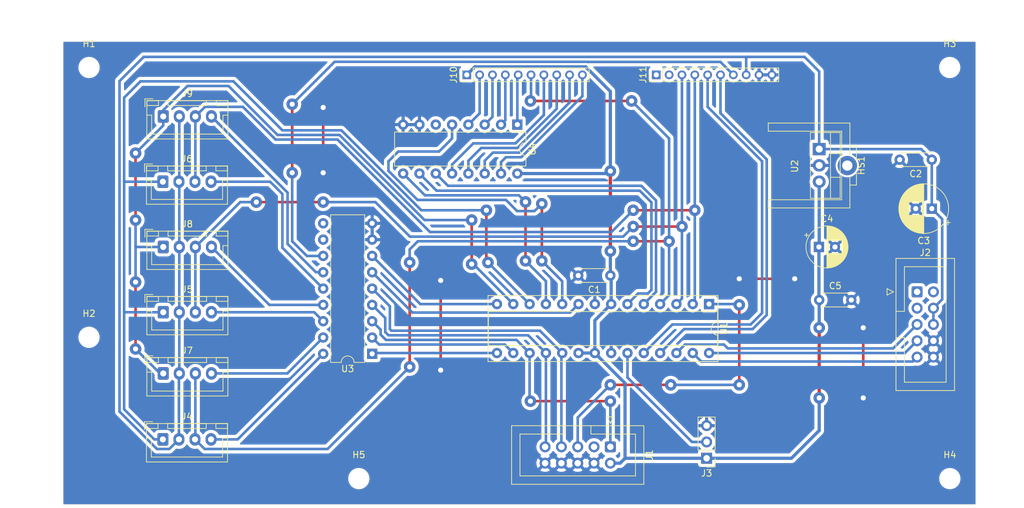
<source format=kicad_pcb>
(kicad_pcb (version 20240108) (generator "pcbnew") (generator_version "8.0")
  (layers (0 "F.Cu" signal) (31 "B.Cu" signal) (34 "B.Paste" user) (35 "F.Paste" user) (36 "B.SilkS" user "B.Silkscreen") (37 "F.SilkS" user "F.Silkscreen") (38 "B.Mask" user) (39 "F.Mask" user) (44 "Edge.Cuts" user))
  (net 0 "")
  (net 1 "+5V")
  (net 2 "GND")
  (net 3 "+12V")
  (net 5 "/SCK")
  (net 6 "/MISO")
  (net 7 "/Reset")
  (net 8 "/MOSI")
  (net 13 "/SCL")
  (net 14 "/Interrupt")
  (net 15 "/SDA")
  (net 16 "/Volume")
  (net 17 "/KP_Line1")
  (net 18 "/Btn1")
  (net 19 "/LED1")
  (net 20 "/KP_Line2")
  (net 21 "/LED3")
  (net 22 "/LED5")
  (net 23 "/KP_Line3")
  (net 24 "/Btn2")
  (net 25 "/LED2")
  (net 26 "/LED4")
  (net 27 "/LED6")
  (net 28 "/A1")
  (net 29 "/FX2")
  (net 30 "/B1")
  (net 31 "/B2")
  (net 32 "/A2")
  (net 33 "/FX1")
  (net 34 "/KP_Col2")
  (net 35 "/KP_Col3")
  (net 36 "/KP_Col4")
  (net 37 "/LED_Ctrl")
  (net 38 "/KP_Col1")
  (net 39 "/KP_Btns")
  (net 40 "Net-(U1-PB1)")
  (net 41 "Net-(U1-PB2)")
  (net 42 "Net-(U1-PB0)")
  (net 43 "/S1")
  (net 44 "/S0")
  (net 45 "/S2")
  (net 46 "Net-(U1-XTAL1{slash}PB6)")
  (footprint "Connector_PinHeader_2.54mm:PinHeader_1x03_P2.54mm_Vertical" (layer "F.Cu") (at 195.834 121.158 180)
    (property "Reference" "J3" (at 0 -2.33 360) (layer "F.SilkS"))
    (property "Value" "Volume")
    (pad "1" thru_hole rect (at 0 0 180) (size 1.7 1.7) (drill 1) (layers "*.Cu" "*.Mask") (net 1 "+5V"))
    (pad "2" thru_hole oval (at 0 2.54 180) (size 1.7 1.7) (drill 1) (layers "*.Cu" "*.Mask") (net 16 "/Volume"))
    (pad "3" thru_hole oval (at 0 5.08 180) (size 1.7 1.7) (drill 1) (layers "*.Cu" "*.Mask") (net 2 "GND"))
  )
  (footprint "Package_TO_SOT_THT:TO-220-3_Vertical" (layer "F.Cu") (at 213.36 73.025 -90)
    (property "Reference" "U2" (at 2.667 3.81 90) (layer "F.SilkS"))
    (property "Value" "L7805")
    (pad "1" thru_hole rect (at 0 0 270) (size 1.905 2) (drill 1.1) (layers "*.Cu" "*.Mask") (net 3 "+12V"))
    (pad "2" thru_hole oval (at 2.54 0 270) (size 1.905 2) (drill 1.1) (layers "*.Cu" "*.Mask") (net 2 "GND"))
    (pad "3" thru_hole oval (at 5.08 0 270) (size 1.905 2) (drill 1.1) (layers "*.Cu" "*.Mask") (net 1 "+5V"))
  )
  (footprint "Capacitor_THT:C_Disc_D4.3mm_W1.9mm_P5.00mm" (layer "F.Cu") (at 213.36 96.52)
    (property "Reference" "C5" (at 2.5 -2.2 360) (layer "F.SilkS"))
    (property "Value" "100nF")
    (pad "1" thru_hole circle (at 0 0) (size 1.6 1.6) (drill 0.8) (layers "*.Cu" "*.Mask") (net 1 "+5V"))
    (pad "2" thru_hole circle (at 5 0) (size 1.6 1.6) (drill 0.8) (layers "*.Cu" "*.Mask") (net 2 "GND"))
  )
  (footprint "Connector_JST:JST_XH_B4B-XH-A_1x04_P2.50mm_Vertical" (layer "F.Cu") (at 111.185 78.105)
    (property "Reference" "J6" (at 3.75 -3.55 0) (layer "F.SilkS"))
    (property "Value" "Btn5")
    (pad "1" thru_hole roundrect (at 0 0) (size 1.7 1.95) (drill 0.95) (layers "*.Cu" "*.Mask") (roundrect_rratio 0.147059) (net 18 "/Btn1"))
    (pad "2" thru_hole oval (at 2.5 0) (size 1.7 1.95) (drill 0.95) (layers "*.Cu" "*.Mask") (net 3 "+12V"))
    (pad "3" thru_hole oval (at 5 0) (size 1.7 1.95) (drill 0.95) (layers "*.Cu" "*.Mask") (net 23 "/KP_Line3"))
    (pad "4" thru_hole oval (at 7.5 0) (size 1.7 1.95) (drill 0.95) (layers "*.Cu" "*.Mask") (net 22 "/LED5"))
  )
  (footprint "Capacitor_THT:CP_Radial_D7.5mm_P2.50mm" (layer "F.Cu") (at 230.886 82.296 180)
    (property "Reference" "C3" (at 1.25 -5 360) (layer "F.SilkS"))
    (property "Value" "33uF")
    (pad "1" thru_hole rect (at 0 0 180) (size 1.6 1.6) (drill 0.8) (layers "*.Cu" "*.Mask") (net 3 "+12V"))
    (pad "2" thru_hole circle (at 2.5 0 180) (size 1.6 1.6) (drill 0.8) (layers "*.Cu" "*.Mask") (net 2 "GND"))
  )
  (footprint "Connector_PinHeader_2.00mm:PinHeader_1x10_P2.00mm_Vertical" (layer "F.Cu") (at 158.498 61.468 90)
    (property "Reference" "J10" (at 0 -2.06 90) (layer "F.SilkS"))
    (property "Value" "Conn_01x10")
    (pad "1" thru_hole rect (at 0 0 90) (size 1.35 1.35) (drill 0.8) (layers "*.Cu" "*.Mask") (net 1 "+5V"))
    (pad "2" thru_hole oval (at 0 2 90) (size 1.35 1.35) (drill 0.8) (layers "*.Cu" "*.Mask") (net 38 "/KP_Col1"))
    (pad "3" thru_hole oval (at 0 4 90) (size 1.35 1.35) (drill 0.8) (layers "*.Cu" "*.Mask") (net 34 "/KP_Col2"))
    (pad "4" thru_hole oval (at 0 6 90) (size 1.35 1.35) (drill 0.8) (layers "*.Cu" "*.Mask") (net 35 "/KP_Col3"))
    (pad "5" thru_hole oval (at 0 8 90) (size 1.35 1.35) (drill 0.8) (layers "*.Cu" "*.Mask") (net 36 "/KP_Col4"))
    (pad "6" thru_hole oval (at 0 10 90) (size 1.35 1.35) (drill 0.8) (layers "*.Cu" "*.Mask") (net 17 "/KP_Line1"))
    (pad "7" thru_hole oval (at 0 12 90) (size 1.35 1.35) (drill 0.8) (layers "*.Cu" "*.Mask") (net 30 "/B1"))
    (pad "8" thru_hole oval (at 0 14 90) (size 1.35 1.35) (drill 0.8) (layers "*.Cu" "*.Mask") (net 28 "/A1"))
    (pad "9" thru_hole oval (at 0 16 90) (size 1.35 1.35) (drill 0.8) (layers "*.Cu" "*.Mask") (net 32 "/A2"))
    (pad "10" thru_hole oval (at 0 18 90) (size 1.35 1.35) (drill 0.8) (layers "*.Cu" "*.Mask") (net 31 "/B2"))
  )
  (footprint "Connector_PinHeader_2.00mm:PinHeader_1x10_P2.00mm_Vertical" (layer "F.Cu") (at 187.994 61.468 90)
    (property "Reference" "J11" (at 0 -2.06 90) (layer "F.SilkS"))
    (property "Value" "Conn_01x10")
    (pad "1" thru_hole rect (at 0 0 90) (size 1.35 1.35) (drill 0.8) (layers "*.Cu" "*.Mask"))
    (pad "2" thru_hole oval (at 0 2 90) (size 1.35 1.35) (drill 0.8) (layers "*.Cu" "*.Mask"))
    (pad "3" thru_hole oval (at 0 4 90) (size 1.35 1.35) (drill 0.8) (layers "*.Cu" "*.Mask") (net 20 "/KP_Line2"))
    (pad "4" thru_hole oval (at 0 6 90) (size 1.35 1.35) (drill 0.8) (layers "*.Cu" "*.Mask") (net 23 "/KP_Line3"))
    (pad "5" thru_hole oval (at 0 8 90) (size 1.35 1.35) (drill 0.8) (layers "*.Cu" "*.Mask") (net 29 "/FX2"))
    (pad "6" thru_hole oval (at 0 10 90) (size 1.35 1.35) (drill 0.8) (layers "*.Cu" "*.Mask") (net 33 "/FX1"))
    (pad "7" thru_hole oval (at 0 12 90) (size 1.35 1.35) (drill 0.8) (layers "*.Cu" "*.Mask") (net 37 "/LED_Ctrl"))
    (pad "8" thru_hole oval (at 0 14 90) (size 1.35 1.35) (drill 0.8) (layers "*.Cu" "*.Mask") (net 3 "+12V"))
    (pad "9" thru_hole oval (at 0 16 90) (size 1.35 1.35) (drill 0.8) (layers "*.Cu" "*.Mask") (net 2 "GND"))
    (pad "10" thru_hole oval (at 0 18 90) (size 1.35 1.35) (drill 0.8) (layers "*.Cu" "*.Mask") (net 2 "GND"))
  )
  (footprint "Connector_JST:JST_XH_B4B-XH-A_1x04_P2.50mm_Vertical" (layer "F.Cu") (at 111.245 107.95)
    (property "Reference" "J7" (at 3.75 -3.55 0) (layer "F.SilkS"))
    (property "Value" "Btn2")
    (pad "1" thru_hole roundrect (at 0 0) (size 1.7 1.95) (drill 0.95) (layers "*.Cu" "*.Mask") (roundrect_rratio 0.147059) (net 24 "/Btn2"))
    (pad "2" thru_hole oval (at 2.5 0) (size 1.7 1.95) (drill 0.95) (layers "*.Cu" "*.Mask") (net 3 "+12V"))
    (pad "3" thru_hole oval (at 5 0) (size 1.7 1.95) (drill 0.95) (layers "*.Cu" "*.Mask") (net 17 "/KP_Line1"))
    (pad "4" thru_hole oval (at 7.5 0) (size 1.7 1.95) (drill 0.95) (layers "*.Cu" "*.Mask") (net 25 "/LED2"))
  )
  (footprint "Connector_JST:JST_XH_B4B-XH-A_1x04_P2.50mm_Vertical" (layer "F.Cu") (at 111.245 98.425)
    (property "Reference" "J5" (at 3.75 -3.55 0) (layer "F.SilkS"))
    (property "Value" "Btn3")
    (pad "1" thru_hole roundrect (at 0 0) (size 1.7 1.95) (drill 0.95) (layers "*.Cu" "*.Mask") (roundrect_rratio 0.147059) (net 18 "/Btn1"))
    (pad "2" thru_hole oval (at 2.5 0) (size 1.7 1.95) (drill 0.95) (layers "*.Cu" "*.Mask") (net 3 "+12V"))
    (pad "3" thru_hole oval (at 5 0) (size 1.7 1.95) (drill 0.95) (layers "*.Cu" "*.Mask") (net 20 "/KP_Line2"))
    (pad "4" thru_hole oval (at 7.5 0) (size 1.7 1.95) (drill 0.95) (layers "*.Cu" "*.Mask") (net 21 "/LED3"))
  )
  (footprint "Capacitor_THT:C_Disc_D4.3mm_W1.9mm_P5.00mm" (layer "F.Cu") (at 180.848 92.71 180)
    (property "Reference" "C1" (at 2.5 -2.2 360) (layer "F.SilkS"))
    (property "Value" "100nF")
    (pad "1" thru_hole circle (at 0 0 180) (size 1.6 1.6) (drill 0.8) (layers "*.Cu" "*.Mask") (net 1 "+5V"))
    (pad "2" thru_hole circle (at 5 0 180) (size 1.6 1.6) (drill 0.8) (layers "*.Cu" "*.Mask") (net 2 "GND"))
  )
  (footprint "Connector_JST:JST_XH_B4B-XH-A_1x04_P2.50mm_Vertical" (layer "F.Cu") (at 111.185 118.22)
    (property "Reference" "J4" (at 3.75 -3.55 0) (layer "F.SilkS"))
    (property "Value" "Btn1")
    (pad "1" thru_hole roundrect (at 0 0) (size 1.7 1.95) (drill 0.95) (layers "*.Cu" "*.Mask") (roundrect_rratio 0.147059) (net 18 "/Btn1"))
    (pad "2" thru_hole oval (at 2.5 0) (size 1.7 1.95) (drill 0.95) (layers "*.Cu" "*.Mask") (net 3 "+12V"))
    (pad "3" thru_hole oval (at 5 0) (size 1.7 1.95) (drill 0.95) (layers "*.Cu" "*.Mask") (net 17 "/KP_Line1"))
    (pad "4" thru_hole oval (at 7.5 0) (size 1.7 1.95) (drill 0.95) (layers "*.Cu" "*.Mask") (net 19 "/LED1"))
  )
  (footprint "MountingHole:MountingHole_2.7mm_M2.5" (layer "F.Cu") (at 99.687955 102.326567)
    (property "Reference" "H2" (at 0 -3.7 0) (layer "F.SilkS"))
    (property "Value" "MountingHole")
    (pad "" np_thru_hole circle (at 0 0) (size 2.7 2.7) (drill 2.7) (layers "*.Cu" "*.Mask"))
  )
  (footprint "Connector_JST:JST_XH_B4B-XH-A_1x04_P2.50mm_Vertical" (layer "F.Cu") (at 111.245 67.945)
    (property "Reference" "J9" (at 3.75 -3.55 0) (layer "F.SilkS"))
    (property "Value" "Btn6")
    (pad "1" thru_hole roundrect (at 0 0) (size 1.7 1.95) (drill 0.95) (layers "*.Cu" "*.Mask") (roundrect_rratio 0.147059) (net 24 "/Btn2"))
    (pad "2" thru_hole oval (at 2.5 0) (size 1.7 1.95) (drill 0.95) (layers "*.Cu" "*.Mask") (net 3 "+12V"))
    (pad "3" thru_hole oval (at 5 0) (size 1.7 1.95) (drill 0.95) (layers "*.Cu" "*.Mask") (net 23 "/KP_Line3"))
    (pad "4" thru_hole oval (at 7.5 0) (size 1.7 1.95) (drill 0.95) (layers "*.Cu" "*.Mask") (net 27 "/LED6"))
  )
  (footprint "MountingHole:MountingHole_2.7mm_M2.5" (layer "F.Cu") (at 233.68 60.325)
    (property "Reference" "H3" (at 0 -3.7 0) (layer "F.SilkS"))
    (property "Value" "MountingHole")
    (pad "" np_thru_hole circle (at 0 0) (size 2.7 2.7) (drill 2.7) (layers "*.Cu" "*.Mask"))
  )
  (footprint "Capacitor_THT:CP_Radial_D6.3mm_P2.50mm" (layer "F.Cu") (at 213.32 88.265)
    (property "Reference" "C4" (at 1.25 -4.4 360) (layer "F.SilkS"))
    (property "Value" "10uF")
    (pad "1" thru_hole rect (at 0 0) (size 1.6 1.6) (drill 0.8) (layers "*.Cu" "*.Mask") (net 1 "+5V"))
    (pad "2" thru_hole circle (at 2.5 0) (size 1.6 1.6) (drill 0.8) (layers "*.Cu" "*.Mask") (net 2 "GND"))
  )
  (footprint "Custom_Heatsinks:Heatsink_Aavid_TO-220_H12.7mm" (layer "F.Cu") (at 216.862101 75.5808 -90)
    (property "Reference" "HS1" (at 0 -3.048 90) (layer "F.SilkS"))
    (property "Value" "Heatsink_Pad")
    (pad "1" thru_hole circle (at 0.0127 -0.8763 270) (size 3 3) (drill 1.6) (layers "*.Cu" "*.Mask") (clearance 0.3))
  )
  (footprint "Package_DIP:DIP-16_W7.62mm" (layer "F.Cu") (at 166.37 69.215 -90)
    (property "Reference" "U4" (at 3.81 -2.33 90) (layer "F.SilkS"))
    (property "Value" "74LS151")
    (pad "1" thru_hole rect (at 0 0 270) (size 1.6 1.6) (drill 0.8) (layers "*.Cu" "*.Mask") (net 36 "/KP_Col4"))
    (pad "2" thru_hole oval (at 0 2.54 270) (size 1.6 1.6) (drill 0.8) (layers "*.Cu" "*.Mask") (net 35 "/KP_Col3"))
    (pad "3" thru_hole oval (at 0 5.08 270) (size 1.6 1.6) (drill 0.8) (layers "*.Cu" "*.Mask") (net 34 "/KP_Col2"))
    (pad "4" thru_hole oval (at 0 7.62 270) (size 1.6 1.6) (drill 0.8) (layers "*.Cu" "*.Mask") (net 38 "/KP_Col1"))
    (pad "5" thru_hole oval (at 0 10.16 270) (size 1.6 1.6) (drill 0.8) (layers "*.Cu" "*.Mask") (net 39 "/KP_Btns"))
    (pad "6" thru_hole oval (at 0 12.7 270) (size 1.6 1.6) (drill 0.8) (layers "*.Cu" "*.Mask"))
    (pad "7" thru_hole oval (at 0 15.24 270) (size 1.6 1.6) (drill 0.8) (layers "*.Cu" "*.Mask") (net 2 "GND"))
    (pad "8" thru_hole oval (at 0 17.78 270) (size 1.6 1.6) (drill 0.8) (layers "*.Cu" "*.Mask") (net 2 "GND"))
    (pad "9" thru_hole oval (at 7.62 17.78 270) (size 1.6 1.6) (drill 0.8) (layers "*.Cu" "*.Mask") (net 45 "/S2"))
    (pad "10" thru_hole oval (at 7.62 15.24 270) (size 1.6 1.6) (drill 0.8) (layers "*.Cu" "*.Mask") (net 43 "/S1"))
    (pad "11" thru_hole oval (at 7.62 12.7 270) (size 1.6 1.6) (drill 0.8) (layers "*.Cu" "*.Mask") (net 44 "/S0"))
    (pad "12" thru_hole oval (at 7.62 10.16 270) (size 1.6 1.6) (drill 0.8) (layers "*.Cu" "*.Mask") (net 30 "/B1"))
    (pad "13" thru_hole oval (at 7.62 7.62 270) (size 1.6 1.6) (drill 0.8) (layers "*.Cu" "*.Mask") (net 28 "/A1"))
    (pad "14" thru_hole oval (at 7.62 5.08 270) (size 1.6 1.6) (drill 0.8) (layers "*.Cu" "*.Mask") (net 32 "/A2"))
    (pad "15" thru_hole oval (at 7.62 2.54 270) (size 1.6 1.6) (drill 0.8) (layers "*.Cu" "*.Mask") (net 31 "/B2"))
    (pad "16" thru_hole oval (at 7.62 0 270) (size 1.6 1.6) (drill 0.8) (layers "*.Cu" "*.Mask") (net 1 "+5V"))
  )
  (footprint "Package_DIP:DIP-18_W7.62mm" (layer "F.Cu") (at 143.764 104.902 180)
    (property "Reference" "U3" (at 3.81 -2.33 360) (layer "F.SilkS"))
    (property "Value" "ULN2803A")
    (pad "1" thru_hole rect (at 0 0 180) (size 1.6 1.6) (drill 0.8) (layers "*.Cu" "*.Mask") (net 40 "Net-(U1-PB1)"))
    (pad "2" thru_hole oval (at 0 2.54 180) (size 1.6 1.6) (drill 0.8) (layers "*.Cu" "*.Mask") (net 41 "Net-(U1-PB2)"))
    (pad "3" thru_hole oval (at 0 5.08 180) (size 1.6 1.6) (drill 0.8) (layers "*.Cu" "*.Mask") (net 8 "/MOSI"))
    (pad "4" thru_hole oval (at 0 7.62 180) (size 1.6 1.6) (drill 0.8) (layers "*.Cu" "*.Mask") (net 6 "/MISO"))
    (pad "5" thru_hole oval (at 0 10.16 180) (size 1.6 1.6) (drill 0.8) (layers "*.Cu" "*.Mask") (net 5 "/SCK"))
    (pad "6" thru_hole oval (at 0 12.7 180) (size 1.6 1.6) (drill 0.8) (layers "*.Cu" "*.Mask") (net 46 "Net-(U1-XTAL1{slash}PB6)"))
    (pad "7" thru_hole oval (at 0 15.24 180) (size 1.6 1.6) (drill 0.8) (layers "*.Cu" "*.Mask") (net 42 "Net-(U1-PB0)"))
    (pad "8" thru_hole oval (at 0 17.78 180) (size 1.6 1.6) (drill 0.8) (layers "*.Cu" "*.Mask") (net 2 "GND"))
    (pad "9" thru_hole oval (at 0 20.32 180) (size 1.6 1.6) (drill 0.8) (layers "*.Cu" "*.Mask") (net 2 "GND"))
    (pad "10" thru_hole oval (at 7.62 20.32 180) (size 1.6 1.6) (drill 0.8) (layers "*.Cu" "*.Mask"))
    (pad "11" thru_hole oval (at 7.62 17.78 180) (size 1.6 1.6) (drill 0.8) (layers "*.Cu" "*.Mask"))
    (pad "12" thru_hole oval (at 7.62 15.24 180) (size 1.6 1.6) (drill 0.8) (layers "*.Cu" "*.Mask") (net 37 "/LED_Ctrl"))
    (pad "13" thru_hole oval (at 7.62 12.7 180) (size 1.6 1.6) (drill 0.8) (layers "*.Cu" "*.Mask") (net 27 "/LED6"))
    (pad "14" thru_hole oval (at 7.62 10.16 180) (size 1.6 1.6) (drill 0.8) (layers "*.Cu" "*.Mask") (net 22 "/LED5"))
    (pad "15" thru_hole oval (at 7.62 7.62 180) (size 1.6 1.6) (drill 0.8) (layers "*.Cu" "*.Mask") (net 26 "/LED4"))
    (pad "16" thru_hole oval (at 7.62 5.08 180) (size 1.6 1.6) (drill 0.8) (layers "*.Cu" "*.Mask") (net 21 "/LED3"))
    (pad "17" thru_hole oval (at 7.62 2.54 180) (size 1.6 1.6) (drill 0.8) (layers "*.Cu" "*.Mask") (net 25 "/LED2"))
    (pad "18" thru_hole oval (at 7.62 0 180) (size 1.6 1.6) (drill 0.8) (layers "*.Cu" "*.Mask") (net 19 "/LED1"))
  )
  (footprint "Package_DIP:DIP-28_W7.62mm_Socket" (layer "F.Cu") (at 196.215 97.155 -90)
    (property "Reference" "U1" (at 3.81 -2.33 90) (layer "F.SilkS"))
    (property "Value" "ATmega48-20P")
    (pad "1" thru_hole rect (at 0 0 270) (size 1.6 1.6) (drill 0.8) (layers "*.Cu" "*.Mask") (net 7 "/Reset"))
    (pad "2" thru_hole oval (at 0 2.54 270) (size 1.6 1.6) (drill 0.8) (layers "*.Cu" "*.Mask") (net 23 "/KP_Line3"))
    (pad "3" thru_hole oval (at 0 5.08 270) (size 1.6 1.6) (drill 0.8) (layers "*.Cu" "*.Mask") (net 20 "/KP_Line2"))
    (pad "4" thru_hole oval (at 0 7.62 270) (size 1.6 1.6) (drill 0.8) (layers "*.Cu" "*.Mask") (net 17 "/KP_Line1"))
    (pad "5" thru_hole oval (at 0 10.16 270) (size 1.6 1.6) (drill 0.8) (layers "*.Cu" "*.Mask") (net 44 "/S0"))
    (pad "6" thru_hole oval (at 0 12.7 270) (size 1.6 1.6) (drill 0.8) (layers "*.Cu" "*.Mask") (net 43 "/S1"))
    (pad "7" thru_hole oval (at 0 15.24 270) (size 1.6 1.6) (drill 0.8) (layers "*.Cu" "*.Mask") (net 1 "+5V"))
    (pad "8" thru_hole oval (at 0 17.78 270) (size 1.6 1.6) (drill 0.8) (layers "*.Cu" "*.Mask") (net 2 "GND"))
    (pad "9" thru_hole oval (at 0 20.32 270) (size 1.6 1.6) (drill 0.8) (layers "*.Cu" "*.Mask") (net 46 "Net-(U1-XTAL1{slash}PB6)"))
    (pad "10" thru_hole oval (at 0 22.86 270) (size 1.6 1.6) (drill 0.8) (layers "*.Cu" "*.Mask") (net 39 "/KP_Btns"))
    (pad "11" thru_hole oval (at 0 25.4 270) (size 1.6 1.6) (drill 0.8) (layers "*.Cu" "*.Mask") (net 45 "/S2"))
    (pad "12" thru_hole oval (at 0 27.94 270) (size 1.6 1.6) (drill 0.8) (layers "*.Cu" "*.Mask") (net 18 "/Btn1"))
    (pad "13" thru_hole oval (at 0 30.48 270) (size 1.6 1.6) (drill 0.8) (layers "*.Cu" "*.Mask") (net 24 "/Btn2"))
    (pad "14" thru_hole oval (at 0 33.02 270) (size 1.6 1.6) (drill 0.8) (layers "*.Cu" "*.Mask") (net 42 "Net-(U1-PB0)"))
    (pad "15" thru_hole oval (at 7.62 33.02 270) (size 1.6 1.6) (drill 0.8) (layers "*.Cu" "*.Mask") (net 40 "Net-(U1-PB1)"))
    (pad "16" thru_hole oval (at 7.62 30.48 270) (size 1.6 1.6) (drill 0.8) (layers "*.Cu" "*.Mask") (net 41 "Net-(U1-PB2)"))
    (pad "17" thru_hole oval (at 7.62 27.94 270) (size 1.6 1.6) (drill 0.8) (layers "*.Cu" "*.Mask") (net 8 "/MOSI"))
    (pad "18" thru_hole oval (at 7.62 25.4 270) (size 1.6 1.6) (drill 0.8) (layers "*.Cu" "*.Mask") (net 6 "/MISO"))
    (pad "19" thru_hole oval (at 7.62 22.86 270) (size 1.6 1.6) (drill 0.8) (layers "*.Cu" "*.Mask") (net 5 "/SCK"))
    (pad "20" thru_hole oval (at 7.62 20.32 270) (size 1.6 1.6) (drill 0.8) (layers "*.Cu" "*.Mask") (net 1 "+5V"))
    (pad "21" thru_hole oval (at 7.62 17.78 270) (size 1.6 1.6) (drill 0.8) (layers "*.Cu" "*.Mask") (net 1 "+5V"))
    (pad "22" thru_hole oval (at 7.62 15.24 270) (size 1.6 1.6) (drill 0.8) (layers "*.Cu" "*.Mask") (net 2 "GND"))
    (pad "23" thru_hole oval (at 7.62 12.7 270) (size 1.6 1.6) (drill 0.8) (layers "*.Cu" "*.Mask") (net 16 "/Volume"))
    (pad "24" thru_hole oval (at 7.62 10.16 270) (size 1.6 1.6) (drill 0.8) (layers "*.Cu" "*.Mask") (net 29 "/FX2"))
    (pad "25" thru_hole oval (at 7.62 7.62 270) (size 1.6 1.6) (drill 0.8) (layers "*.Cu" "*.Mask") (net 33 "/FX1"))
    (pad "26" thru_hole oval (at 7.62 5.08 270) (size 1.6 1.6) (drill 0.8) (layers "*.Cu" "*.Mask") (net 14 "/Interrupt"))
    (pad "27" thru_hole oval (at 7.62 2.54 270) (size 1.6 1.6) (drill 0.8) (layers "*.Cu" "*.Mask") (net 15 "/SDA"))
    (pad "28" thru_hole oval (at 7.62 0 270) (size 1.6 1.6) (drill 0.8) (layers "*.Cu" "*.Mask") (net 13 "/SCL"))
  )
  (footprint "Connector_JST:JST_XH_B4B-XH-A_1x04_P2.50mm_Vertical" (layer "F.Cu") (at 111.245 88.265)
    (property "Reference" "J8" (at 3.75 -3.55 0) (layer "F.SilkS"))
    (property "Value" "Btn4")
    (pad "1" thru_hole roundrect (at 0 0) (size 1.7 1.95) (drill 0.95) (layers "*.Cu" "*.Mask") (roundrect_rratio 0.147059) (net 24 "/Btn2"))
    (pad "2" thru_hole oval (at 2.5 0) (size 1.7 1.95) (drill 0.95) (layers "*.Cu" "*.Mask") (net 3 "+12V"))
    (pad "3" thru_hole oval (at 5 0) (size 1.7 1.95) (drill 0.95) (layers "*.Cu" "*.Mask") (net 20 "/KP_Line2"))
    (pad "4" thru_hole oval (at 7.5 0) (size 1.7 1.95) (drill 0.95) (layers "*.Cu" "*.Mask") (net 26 "/LED4"))
  )
  (footprint "MountingHole:MountingHole_2.7mm_M2.5" (layer "F.Cu") (at 99.695 60.325)
    (property "Reference" "H1" (at 0 -3.7 0) (layer "F.SilkS"))
    (property "Value" "MountingHole")
    (pad "" np_thru_hole circle (at 0 0) (size 2.7 2.7) (drill 2.7) (layers "*.Cu" "*.Mask"))
  )
  (footprint "MountingHole:MountingHole_2.7mm_M2.5" (layer "F.Cu") (at 233.697152 124.322982)
    (property "Reference" "H4" (at 0 -3.7 0) (layer "F.SilkS"))
    (property "Value" "MountingHole")
    (pad "" np_thru_hole circle (at 0 0) (size 2.7 2.7) (drill 2.7) (layers "*.Cu" "*.Mask"))
  )
  (footprint "Connector_IDC:IDC-Header_2x05_P2.54mm_Vertical" (layer "F.Cu") (at 228.6 95.25)
    (property "Reference" "J2" (at 1.27 -6.1 0) (layer "F.SilkS"))
    (property "Value" "PanelRight")
    (pad "1" thru_hole roundrect (at 0 0) (size 1.7 1.7) (drill 1) (layers "*.Cu" "*.Mask") (roundrect_rratio 0.147059))
    (pad "2" thru_hole circle (at 2.54 0) (size 1.7 1.7) (drill 1) (layers "*.Cu" "*.Mask"))
    (pad "3" thru_hole circle (at 0 2.54) (size 1.7 1.7) (drill 1) (layers "*.Cu" "*.Mask"))
    (pad "4" thru_hole circle (at 2.54 2.54) (size 1.7 1.7) (drill 1) (layers "*.Cu" "*.Mask") (net 3 "+12V"))
    (pad "5" thru_hole circle (at 0 5.08) (size 1.7 1.7) (drill 1) (layers "*.Cu" "*.Mask") (net 14 "/Interrupt"))
    (pad "6" thru_hole circle (at 2.54 5.08) (size 1.7 1.7) (drill 1) (layers "*.Cu" "*.Mask") (net 3 "+12V"))
    (pad "7" thru_hole circle (at 0 7.62) (size 1.7 1.7) (drill 1) (layers "*.Cu" "*.Mask") (net 13 "/SCL"))
    (pad "8" thru_hole circle (at 2.54 7.62) (size 1.7 1.7) (drill 1) (layers "*.Cu" "*.Mask") (net 2 "GND"))
    (pad "9" thru_hole circle (at 0 10.16) (size 1.7 1.7) (drill 1) (layers "*.Cu" "*.Mask") (net 15 "/SDA"))
    (pad "10" thru_hole circle (at 2.54 10.16) (size 1.7 1.7) (drill 1) (layers "*.Cu" "*.Mask") (net 2 "GND"))
  )
  (footprint "Capacitor_THT:C_Disc_D4.3mm_W1.9mm_P5.00mm" (layer "F.Cu") (at 230.886 74.676 180)
    (property "Reference" "C2" (at 2.5 -2.2 360) (layer "F.SilkS"))
    (property "Value" "330nF")
    (pad "1" thru_hole circle (at 0 0 180) (size 1.6 1.6) (drill 0.8) (layers "*.Cu" "*.Mask") (net 3 "+12V"))
    (pad "2" thru_hole circle (at 5 0 180) (size 1.6 1.6) (drill 0.8) (layers "*.Cu" "*.Mask") (net 2 "GND"))
  )
  (footprint "MountingHole:MountingHole_2.7mm_M2.5" (layer "F.Cu") (at 141.68832 124.325323)
    (property "Reference" "H5" (at 0 -3.7 0) (layer "F.SilkS"))
    (property "Value" "MountingHole")
    (pad "" np_thru_hole circle (at 0 0) (size 2.7 2.7) (drill 2.7) (layers "*.Cu" "*.Mask"))
  )
  (footprint "Connector_IDC:IDC-Header_2x05_P2.54mm_Vertical" (layer "F.Cu") (at 180.848 119.38 -90)
    (property "Reference" "J1" (at 1.27 -6.1 90) (layer "F.SilkS"))
    (property "Value" "ISP")
    (pad "1" thru_hole roundrect (at 0 0 270) (size 1.7 1.7) (drill 1) (layers "*.Cu" "*.Mask") (roundrect_rratio 0.147059) (net 8 "/MOSI"))
    (pad "2" thru_hole circle (at 2.54 0 270) (size 1.7 1.7) (drill 1) (layers "*.Cu" "*.Mask") (net 1 "+5V"))
    (pad "3" thru_hole circle (at 0 2.54 270) (size 1.7 1.7) (drill 1) (layers "*.Cu" "*.Mask"))
    (pad "4" thru_hole circle (at 2.54 2.54 270) (size 1.7 1.7) (drill 1) (layers "*.Cu" "*.Mask") (net 2 "GND"))
    (pad "5" thru_hole circle (at 0 5.08 270) (size 1.7 1.7) (drill 1) (layers "*.Cu" "*.Mask") (net 7 "/Reset"))
    (pad "6" thru_hole circle (at 2.54 5.08 270) (size 1.7 1.7) (drill 1) (layers "*.Cu" "*.Mask") (net 2 "GND"))
    (pad "7" thru_hole circle (at 0 7.62 270) (size 1.7 1.7) (drill 1) (layers "*.Cu" "*.Mask") (net 5 "/SCK"))
    (pad "8" thru_hole circle (at 2.54 7.62 270) (size 1.7 1.7) (drill 1) (layers "*.Cu" "*.Mask") (net 2 "GND"))
    (pad "9" thru_hole circle (at 0 10.16 270) (size 1.7 1.7) (drill 1) (layers "*.Cu" "*.Mask") (net 6 "/MISO"))
    (pad "10" thru_hole circle (at 2.54 10.16 270) (size 1.7 1.7) (drill 1) (layers "*.Cu" "*.Mask") (net 2 "GND"))
  )
  (gr_rect (start 95.665473 56.277861) (end 237.731894 128.365133) (stroke (width 0.05)) (fill none) (layer "Edge.Cuts"))
  (segment (start 180.848 88.9) (end 180.848 76.454) (width 0.5) (layer "F.Cu") (net 1))
  (segment (start 213.36 111.76) (end 213.36 100.838) (width 0.5) (layer "F.Cu") (net 1))
  (via (at 180.848 88.9) (size 1.8) (drill 0.8) (layers "F.Cu" "B.Cu") (net 1))
  (via (at 180.848 76.454) (size 1.8) (drill 0.8) (layers "F.Cu" "B.Cu") (net 1))
  (via (at 213.36 111.76) (size 1.8) (drill 0.8) (layers "F.Cu" "B.Cu") (net 1))
  (via (at 213.36 100.838) (size 1.8) (drill 0.8) (layers "F.Cu" "B.Cu") (net 1))
  (segment (start 159.743 60.223) (end 158.498 61.468) (width 0.5) (layer "B.Cu") (net 1))
  (segment (start 213.32 88.265) (end 213.32 96.48) (width 0.5) (layer "B.Cu") (net 1))
  (segment (start 183.134 121.158) (end 195.834 121.158) (width 0.5) (layer "B.Cu") (net 1))
  (segment (start 178.435 104.775) (end 183.134 109.474) (width 0.5) (layer "B.Cu") (net 1))
  (segment (start 213.36 100.838) (end 213.36 96.52) (width 0.5) (layer "B.Cu") (net 1))
  (segment (start 183.134 109.474) (end 183.134 121.158) (width 0.5) (layer "B.Cu") (net 1))
  (segment (start 177.013696 60.223) (end 159.743 60.223) (width 0.5) (layer "B.Cu") (net 1))
  (segment (start 180.848 64.057304) (end 177.013696 60.223) (width 0.5) (layer "B.Cu") (net 1))
  (segment (start 213.36 116.84) (end 209.042 121.158) (width 0.5) (layer "B.Cu") (net 1))
  (segment (start 180.848 88.9) (end 180.848 92.71) (width 0.5) (layer "B.Cu") (net 1))
  (segment (start 180.975 97.155) (end 180.975 92.837) (width 0.5) (layer "B.Cu") (net 1))
  (segment (start 180.467 76.835) (end 166.37 76.835) (width 0.5) (layer "B.Cu") (net 1))
  (segment (start 213.36 111.76) (end 213.36 116.84) (width 0.5) (layer "B.Cu") (net 1))
  (segment (start 178.435 104.775) (end 178.435 99.695) (width 0.5) (layer "B.Cu") (net 1))
  (segment (start 180.848 76.454) (end 180.848 64.057304) (width 0.5) (layer "B.Cu") (net 1))
  (segment (start 213.36 78.105) (end 213.36 88.225) (width 0.5) (layer "B.Cu") (net 1))
  (segment (start 209.042 121.158) (end 195.834 121.158) (width 0.5) (layer "B.Cu") (net 1))
  (segment (start 180.848 76.454) (end 180.467 76.835) (width 0.5) (layer "B.Cu") (net 1))
  (segment (start 175.895 104.775) (end 178.435 104.775) (width 0.5) (layer "B.Cu") (net 1))
  (segment (start 182.372 121.92) (end 180.848 121.92) (width 0.5) (layer "B.Cu") (net 1))
  (segment (start 178.435 99.695) (end 180.975 97.155) (width 0.5) (layer "B.Cu") (net 1))
  (segment (start 183.134 121.158) (end 182.372 121.92) (width 0.5) (layer "B.Cu") (net 1))
  (segment (start 136.144 76.708) (end 136.144 66.548) (width 0.4) (layer "F.Cu") (net 2))
  (segment (start 220.218 111.76) (end 220.218 100.838) (width 0.4) (layer "F.Cu") (net 2))
  (segment (start 200.914 93.218) (end 209.55 93.218) (width 0.4) (layer "F.Cu") (net 2))
  (segment (start 154.432 107.442) (end 154.432 93.472) (width 0.4) (layer "F.Cu") (net 2))
  (via (at 136.144 66.548) (size 1.8) (drill 0.8) (layers "F.Cu" "B.Cu") (net 2))
  (via (at 209.55 93.218) (size 1.8) (drill 0.8) (layers "F.Cu" "B.Cu") (net 2))
  (via (at 220.218 111.76) (size 1.8) (drill 0.8) (layers "F.Cu" "B.Cu") (net 2))
  (via (at 220.218 100.838) (size 1.8) (drill 0.8) (layers "F.Cu" "B.Cu") (net 2))
  (via (at 200.914 93.218) (size 1.8) (drill 0.8) (layers "F.Cu" "B.Cu") (net 2))
  (via (at 136.144 76.708) (size 1.8) (drill 0.8) (layers "F.Cu" "B.Cu") (net 2))
  (via (at 154.432 93.472) (size 1.8) (drill 0.8) (layers "F.Cu" "B.Cu") (net 2))
  (via (at 154.432 107.442) (size 1.8) (drill 0.8) (layers "F.Cu" "B.Cu") (net 2))
  (segment (start 213.36 73.025) (end 229.235 73.025) (width 0.4) (layer "B.Cu") (net 3))
  (segment (start 113.685 118.22) (end 112.19 119.715) (width 0.4) (layer "B.Cu") (net 3))
  (segment (start 113.745 107.95) (end 113.745 98.425) (width 0.4) (layer "B.Cu") (net 3))
  (segment (start 232.51 83.92) (end 232.51 96.42) (width 0.4) (layer "B.Cu") (net 3))
  (segment (start 201.994 58.864) (end 202.184 58.674) (width 0.4) (layer "B.Cu") (net 3))
  (segment (start 213.36 73.025) (end 213.36 60.96) (width 0.4) (layer "B.Cu") (net 3))
  (segment (start 230.886 74.676) (end 230.886 82.296) (width 0.4) (layer "B.Cu") (net 3))
  (segment (start 232.51 96.42) (end 231.14 97.79) (width 0.4) (layer "B.Cu") (net 3))
  (segment (start 201.994 61.468) (end 201.994 58.864) (width 0.4) (layer "B.Cu") (net 3))
  (segment (start 113.745 77.517) (end 113.745 67.945) (width 0.4) (layer "B.Cu") (net 3))
  (segment (start 110.259128 119.715) (end 104.436 113.891872) (width 0.4) (layer "B.Cu") (net 3))
  (segment (start 202.184 58.674) (end 211.074 58.674) (width 0.4) (layer "B.Cu") (net 3))
  (segment (start 112.19 119.715) (end 110.259128 119.715) (width 0.4) (layer "B.Cu") (net 3))
  (segment (start 104.436 113.891872) (end 104.436 62.442) (width 0.4) (layer "B.Cu") (net 3))
  (segment (start 104.436 62.442) (end 108.204 58.674) (width 0.4) (layer "B.Cu") (net 3))
  (segment (start 113.685 118.22) (end 113.685 108.01) (width 0.4) (layer "B.Cu") (net 3))
  (segment (start 113.745 98.425) (end 113.745 88.265) (width 0.4) (layer "B.Cu") (net 3))
  (segment (start 230.886 82.296) (end 232.51 83.92) (width 0.4) (layer "B.Cu") (net 3))
  (segment (start 113.745 88.265) (end 113.745 78.165) (width 0.4) (layer "B.Cu") (net 3))
  (segment (start 213.36 60.96) (end 211.074 58.674) (width 0.4) (layer "B.Cu") (net 3))
  (segment (start 229.235 73.025) (end 230.886 74.676) (width 0.4) (layer "B.Cu") (net 3))
  (segment (start 108.204 58.674) (end 202.184 58.674) (width 0.4) (layer "B.Cu") (net 3))
  (segment (start 231.14 97.79) (end 231.14 100.33) (width 0.4) (layer "B.Cu") (net 3))
  (segment (start 173.228 119.38) (end 173.228 104.902) (width 0.4) (layer "B.Cu") (net 5))
  (segment (start 146.761 101.295) (end 146.524 101.058) (width 0.4) (layer "B.Cu") (net 5))
  (segment (start 146.524 101.058) (end 146.524 97.502) (width 0.4) (layer "B.Cu") (net 5))
  (segment (start 173.355 104.775) (end 169.875 101.295) (width 0.4) (layer "B.Cu") (net 5))
  (segment (start 146.524 97.502) (end 143.764 94.742) (width 0.4) (layer "B.Cu") (net 5))
  (segment (start 169.875 101.295) (end 146.761 101.295) (width 0.4) (layer "B.Cu") (net 5))
  (segment (start 146.304 102.015) (end 145.804 101.515) (width 0.4) (layer "B.Cu") (net 6))
  (segment (start 145.804 101.515) (end 145.804 99.322) (width 0.4) (layer "B.Cu") (net 6))
  (segment (start 170.815 104.775) (end 168.055 102.015) (width 0.4) (layer "B.Cu") (net 6))
  (segment (start 170.815 104.775) (end 170.815 119.253) (width 0.4) (layer "B.Cu") (net 6))
  (segment (start 145.804 99.322) (end 143.764 97.282) (width 0.4) (layer "B.Cu") (net 6))
  (segment (start 168.055 102.015) (end 146.304 102.015) (width 0.4) (layer "B.Cu") (net 6))
  (segment (start 200.914 109.728) (end 200.914 97.282) (width 0.4) (layer "F.Cu") (net 7))
  (segment (start 180.848 109.728) (end 190.246 109.728) (width 0.4) (layer "F.Cu") (net 7))
  (via (at 190.246 109.728) (size 1.8) (drill 0.8) (layers "F.Cu" "B.Cu") (net 7))
  (via (at 180.848 109.728) (size 1.8) (drill 0.8) (layers "F.Cu" "B.Cu") (net 7))
  (via (at 200.914 109.728) (size 1.8) (drill 0.8) (layers "F.Cu" "B.Cu") (net 7))
  (via (at 200.914 97.282) (size 1.8) (drill 0.8) (layers "F.Cu" "B.Cu") (net 7))
  (segment (start 175.768 119.38) (end 175.768 114.808) (width 0.4) (layer "B.Cu") (net 7))
  (segment (start 190.246 109.728) (end 200.914 109.728) (width 0.4) (layer "B.Cu") (net 7))
  (segment (start 175.768 114.808) (end 180.848 109.728) (width 0.4) (layer "B.Cu") (net 7))
  (segment (start 200.914 97.282) (end 200.787 97.155) (width 0.4) (layer "B.Cu") (net 7))
  (segment (start 200.787 97.155) (end 196.215 97.155) (width 0.4) (layer "B.Cu") (net 7))
  (segment (start 180.848 112.268) (end 168.402 112.268) (width 0.4) (layer "F.Cu") (net 8))
  (via (at 180.848 112.268) (size 1.8) (drill 0.8) (layers "F.Cu" "B.Cu") (net 8))
  (via (at 168.402 112.268) (size 1.8) (drill 0.8) (layers "F.Cu" "B.Cu") (net 8))
  (segment (start 145.915 102.735) (end 145.084 101.904) (width 0.4) (layer "B.Cu") (net 8))
  (segment (start 168.275 112.141) (end 168.275 104.775) (width 0.4) (layer "B.Cu") (net 8))
  (segment (start 145.084 101.904) (end 145.084 101.142) (width 0.4) (layer "B.Cu") (net 8))
  (segment (start 145.084 101.142) (end 143.764 99.822) (width 0.4) (layer "B.Cu") (net 8))
  (segment (start 166.235 102.735) (end 145.915 102.735) (width 0.4) (layer "B.Cu") (net 8))
  (segment (start 180.848 119.38) (end 180.848 112.268) (width 0.4) (layer "B.Cu") (net 8))
  (segment (start 168.402 112.268) (end 168.275 112.141) (width 0.4) (layer "B.Cu") (net 8))
  (segment (start 168.275 104.775) (end 166.235 102.735) (width 0.4) (layer "B.Cu") (net 8))
  (segment (start 226.695 104.775) (end 228.6 102.87) (width 0.4) (layer "B.Cu") (net 13))
  (segment (start 196.215 104.775) (end 226.695 104.775) (width 0.4) (layer "B.Cu") (net 13))
  (segment (start 199.136 104.055) (end 198.536 103.455) (width 0.4) (layer "B.Cu") (net 14))
  (segment (start 192.455 103.455) (end 191.135 104.775) (width 0.4) (layer "B.Cu") (net 14))
  (segment (start 198.536 103.455) (end 192.455 103.455) (width 0.4) (layer "B.Cu") (net 14))
  (segment (start 224.875 104.055) (end 199.136 104.055) (width 0.4) (layer "B.Cu") (net 14))
  (segment (start 228.6 100.33) (end 224.875 104.055) (width 0.4) (layer "B.Cu") (net 14))
  (segment (start 227.915 106.095) (end 194.995 106.095) (width 0.4) (layer "B.Cu") (net 15))
  (segment (start 194.995 106.095) (end 193.675 104.775) (width 0.4) (layer "B.Cu") (net 15))
  (segment (start 228.6 105.41) (end 227.915 106.095) (width 0.4) (layer "B.Cu") (net 15))
  (segment (start 195.834 118.618) (end 193.548 118.618) (width 0.4) (layer "B.Cu") (net 16))
  (segment (start 193.548 118.618) (end 183.515 108.585) (width 0.4) (layer "B.Cu") (net 16))
  (segment (start 183.515 104.775) (end 183.515 108.585) (width 0.4) (layer "B.Cu") (net 16))
  (segment (start 149.606 106.934) (end 149.606 90.678) (width 0.4) (layer "F.Cu") (net 17))
  (segment (start 184.404 87.376) (end 189.992 87.376) (width 0.4) (layer "F.Cu") (net 17))
  (segment (start 184.15 65.532) (end 168.402 65.532) (width 0.4) (layer "F.Cu") (net 17))
  (via (at 149.606 106.934) (size 1.8) (drill 0.8) (layers "F.Cu" "B.Cu") (net 17))
  (via (at 168.402 65.532) (size 1.8) (drill 0.8) (layers "F.Cu" "B.Cu") (net 17))
  (via (at 189.992 87.376) (size 1.8) (drill 0.8) (layers "F.Cu" "B.Cu") (net 17))
  (via (at 149.606 90.678) (size 1.8) (drill 0.8) (layers "F.Cu" "B.Cu") (net 17))
  (via (at 184.404 87.376) (size 1.8) (drill 0.8) (layers "F.Cu" "B.Cu") (net 17))
  (via (at 184.15 65.532) (size 1.8) (drill 0.8) (layers "F.Cu" "B.Cu") (net 17))
  (segment (start 189.992 95.758) (end 188.595 97.155) (width 0.4) (layer "B.Cu") (net 17))
  (segment (start 189.992 87.376) (end 189.992 95.758) (width 0.4) (layer "B.Cu") (net 17))
  (segment (start 116.245 107.95) (end 116.245 118.16) (width 0.4) (layer "B.Cu") (net 17))
  (segment (start 168.498 61.468) (end 168.498 65.436) (width 0.4) (layer "B.Cu") (net 17))
  (segment (start 189.992 87.376) (end 189.992 71.374) (width 0.4) (layer "B.Cu") (net 17))
  (segment (start 116.185 118.22) (end 117.68 119.715) (width 0.4) (layer "B.Cu") (net 17))
  (segment (start 136.825 119.715) (end 149.606 106.934) (width 0.4) (layer "B.Cu") (net 17))
  (segment (start 189.992 71.374) (end 184.15 65.532) (width 0.4) (layer "B.Cu") (net 17))
  (segment (start 149.606 88.646) (end 150.876 87.376) (width 0.4) (layer "B.Cu") (net 17))
  (segment (start 149.606 90.678) (end 149.606 88.646) (width 0.4) (layer "B.Cu") (net 17))
  (segment (start 150.876 87.376) (end 184.404 87.376) (width 0.4) (layer "B.Cu") (net 17))
  (segment (start 168.498 65.436) (end 168.402 65.532) (width 0.4) (layer "B.Cu") (net 17))
  (segment (start 117.68 119.715) (end 136.825 119.715) (width 0.4) (layer "B.Cu") (net 17))
  (segment (start 161.798 90.678) (end 161.544 90.424) (width 0.4) (layer "F.Cu") (net 18))
  (segment (start 161.544 90.424) (end 161.544 82.55) (width 0.4) (layer "F.Cu") (net 18))
  (via (at 161.544 82.55) (size 1.8) (drill 0.8) (layers "F.Cu" "B.Cu") (net 18))
  (via (at 161.798 90.678) (size 1.8) (drill 0.8) (layers "F.Cu" "B.Cu") (net 18))
  (segment (start 105.283 78.105) (end 105.156 77.978) (width 0.4) (layer "B.Cu") (net 18))
  (segment (start 111.185 118.22) (end 109.838 118.22) (width 0.4) (layer "B.Cu") (net 18))
  (segment (start 129.794 70.104) (end 138.974004 70.104) (width 0.4) (layer "B.Cu") (net 18))
  (segment (start 122.174 62.484) (end 129.794 70.104) (width 0.4) (layer "B.Cu") (net 18))
  (segment (start 138.974004 70.104) (end 151.420004 82.55) (width 0.4) (layer "B.Cu") (net 18))
  (segment (start 105.156 77.978) (end 105.156 65.024) (width 0.4) (layer "B.Cu") (net 18))
  (segment (start 107.696 62.484) (end 122.174 62.484) (width 0.4) (layer "B.Cu") (net 18))
  (segment (start 105.156 98.298) (end 105.156 77.978) (width 0.4) (layer "B.Cu") (net 18))
  (segment (start 105.283 98.425) (end 105.156 98.298) (width 0.4) (layer "B.Cu") (net 18))
  (segment (start 105.156 113.538) (end 105.156 98.298) (width 0.4) (layer "B.Cu") (net 18))
  (segment (start 111.245 98.425) (end 105.283 98.425) (width 0.4) (layer "B.Cu") (net 18))
  (segment (start 111.185 78.105) (end 105.283 78.105) (width 0.4) (layer "B.Cu") (net 18))
  (segment (start 168.275 97.155) (end 161.798 90.678) (width 0.4) (layer "B.Cu") (net 18))
  (segment (start 151.420004 82.55) (end 161.544 82.55) (width 0.4) (layer "B.Cu") (net 18))
  (segment (start 109.838 118.22) (end 105.156 113.538) (width 0.4) (layer "B.Cu") (net 18))
  (segment (start 105.156 65.024) (end 107.696 62.484) (width 0.4) (layer "B.Cu") (net 18))
  (segment (start 118.685 118.22) (end 122.826 118.22) (width 0.4) (layer "B.Cu") (net 19))
  (segment (start 122.826 118.22) (end 136.144 104.902) (width 0.4) (layer "B.Cu") (net 19))
  (segment (start 184.404 85.09) (end 191.992 85.09) (width 0.4) (layer "F.Cu") (net 20))
  (segment (start 125.73 81.28) (end 136.144 81.28) (width 0.4) (layer "F.Cu") (net 20))
  (via (at 125.73 81.28) (size 1.8) (drill 0.8) (layers "F.Cu" "B.Cu") (net 20))
  (via (at 184.404 85.09) (size 1.8) (drill 0.8) (layers "F.Cu" "B.Cu") (net 20))
  (via (at 191.992 85.09) (size 1.8) (drill 0.8) (layers "F.Cu" "B.Cu") (net 20))
  (via (at 136.144 81.28) (size 1.8) (drill 0.8) (layers "F.Cu" "B.Cu") (net 20))
  (segment (start 125.73 81.28) (end 123.23 81.28) (width 0.4) (layer "B.Cu") (net 20))
  (segment (start 191.992 61.468) (end 191.992 85.09) (width 0.4) (layer "B.Cu") (net 20))
  (segment (start 191.992 85.09) (end 191.992 96.298) (width 0.4) (layer "B.Cu") (net 20))
  (segment (start 144.272 81.28) (end 149.648 86.656) (width 0.4) (layer "B.Cu") (net 20))
  (segment (start 123.23 81.28) (end 116.245 88.265) (width 0.4) (layer "B.Cu") (net 20))
  (segment (start 136.144 81.28) (end 144.272 81.28) (width 0.4) (layer "B.Cu") (net 20))
  (segment (start 116.245 88.265) (end 116.245 98.425) (width 0.4) (layer "B.Cu") (net 20))
  (segment (start 149.648 86.656) (end 182.838 86.656) (width 0.4) (layer "B.Cu") (net 20))
  (segment (start 191.992 96.298) (end 191.135 97.155) (width 0.4) (layer "B.Cu") (net 20))
  (segment (start 182.838 86.656) (end 184.404 85.09) (width 0.4) (layer "B.Cu") (net 20))
  (segment (start 134.747 98.425) (end 136.144 99.822) (width 0.4) (layer "B.Cu") (net 21))
  (segment (start 118.745 98.425) (end 134.747 98.425) (width 0.4) (layer "B.Cu") (net 21))
  (segment (start 129.794 88.392) (end 129.794 80.012234) (width 0.4) (layer "B.Cu") (net 22))
  (segment (start 127.886766 78.105) (end 118.685 78.105) (width 0.4) (layer "B.Cu") (net 22))
  (segment (start 136.144 94.742) (end 129.794 88.392) (width 0.4) (layer "B.Cu") (net 22))
  (segment (start 129.794 80.012234) (end 127.886766 78.105) (width 0.4) (layer "B.Cu") (net 22))
  (segment (start 184.404 82.55) (end 193.992 82.55) (width 0.4) (layer "F.Cu") (net 23))
  (via (at 184.404 82.55) (size 1.8) (drill 0.8) (layers "F.Cu" "B.Cu") (net 23))
  (via (at 193.992 82.55) (size 1.8) (drill 0.8) (layers "F.Cu" "B.Cu") (net 23))
  (segment (start 181.018 85.936) (end 184.404 82.55) (width 0.4) (layer "B.Cu") (net 23))
  (segment (start 117.74 66.45) (end 123.639766 66.45) (width 0.4) (layer "B.Cu") (net 23))
  (segment (start 116.245 67.945) (end 116.245 78.045) (width 0.4) (layer "B.Cu") (net 23))
  (segment (start 123.639766 66.45) (end 128.733766 71.544) (width 0.4) (layer "B.Cu") (net 23))
  (segment (start 152.769536 85.936) (end 152.908 85.936) (width 0.4) (layer "B.Cu") (net 23))
  (segment (start 152.908 85.936) (end 181.018 85.936) (width 0.4) (layer "B.Cu") (net 23))
  (segment (start 128.733766 71.544) (end 138.377536 71.544) (width 0.4) (layer "B.Cu") (net 23))
  (segment (start 193.992 82.55) (end 193.992 96.838) (width 0.4) (layer "B.Cu") (net 23))
  (segment (start 138.377536 71.544) (end 152.769536 85.936) (width 0.4) (layer "B.Cu") (net 23))
  (segment (start 193.992 61.468) (end 193.992 82.55) (width 0.4) (layer "B.Cu") (net 23))
  (segment (start 116.245 67.945) (end 117.74 66.45) (width 0.4) (layer "B.Cu") (net 23))
  (segment (start 106.934 104.14) (end 106.934 93.726) (width 0.4) (layer "F.Cu") (net 24))
  (segment (start 159.258 90.932) (end 159.258 84.074) (width 0.4) (layer "F.Cu") (net 24))
  (segment (start 106.934 84.074) (end 106.934 73.66) (width 0.4) (layer "F.Cu") (net 24))
  (via (at 106.934 73.66) (size 1.8) (drill 0.8) (layers "F.Cu" "B.Cu") (net 24))
  (via (at 106.934 93.726) (size 1.8) (drill 0.8) (layers "F.Cu" "B.Cu") (net 24))
  (via (at 106.934 84.074) (size 1.8) (drill 0.8) (layers "F.Cu" "B.Cu") (net 24))
  (via (at 159.258 90.932) (size 1.8) (drill 0.8) (layers "F.Cu" "B.Cu") (net 24))
  (via (at 106.934 104.14) (size 1.8) (drill 0.8) (layers "F.Cu" "B.Cu") (net 24))
  (via (at 159.258 84.074) (size 1.8) (drill 0.8) (layers "F.Cu" "B.Cu") (net 24))
  (segment (start 106.934 93.726) (end 106.934 88.138) (width 0.4) (layer "B.Cu") (net 24))
  (segment (start 107.061 88.265) (end 106.934 88.138) (width 0.4) (layer "B.Cu") (net 24))
  (segment (start 106.934 88.138) (end 106.934 84.074) (width 0.4) (layer "B.Cu") (net 24))
  (segment (start 159.512 90.932) (end 159.258 90.932) (width 0.4) (layer "B.Cu") (net 24))
  (segment (start 151.92577 84.074) (end 159.258 84.074) (width 0.4) (layer "B.Cu") (net 24))
  (segment (start 111.245 69.349) (end 111.245 67.945) (width 0.4) (layer "B.Cu") (net 24))
  (segment (start 106.934 73.66) (end 111.245 69.349) (width 0.4) (layer "B.Cu") (net 24))
  (segment (start 165.735 97.155) (end 159.512 90.932) (width 0.4) (layer "B.Cu") (net 24))
  (segment (start 110.744 107.95) (end 106.934 104.14) (width 0.4) (layer "B.Cu") (net 24))
  (segment (start 111.245 88.265) (end 107.061 88.265) (width 0.4) (layer "B.Cu") (net 24))
  (segment (start 115.011 63.204) (end 121.412 63.204) (width 0.4) (layer "B.Cu") (net 24))
  (segment (start 121.412 63.204) (end 129.032 70.824) (width 0.4) (layer "B.Cu") (net 24))
  (segment (start 129.032 70.824) (end 138.67577 70.824) (width 0.4) (layer "B.Cu") (net 24))
  (segment (start 138.67577 70.824) (end 151.92577 84.074) (width 0.4) (layer "B.Cu") (net 24))
  (segment (start 111.245 67.945) (end 111.245 66.97) (width 0.4) (layer "B.Cu") (net 24))
  (segment (start 111.245 66.97) (end 115.011 63.204) (width 0.4) (layer "B.Cu") (net 24))
  (segment (start 130.556 107.95) (end 136.144 102.362) (width 0.4) (layer "B.Cu") (net 25))
  (segment (start 118.745 107.95) (end 130.556 107.95) (width 0.4) (layer "B.Cu") (net 25))
  (segment (start 118.745 88.265) (end 127.762 97.282) (width 0.4) (layer "B.Cu") (net 26))
  (segment (start 127.762 97.282) (end 136.144 97.282) (width 0.4) (layer "B.Cu") (net 26))
  (segment (start 118.745 67.945) (end 130.598 79.798) (width 0.4) (layer "B.Cu") (net 27))
  (segment (start 130.598 87.78737) (end 135.01263 92.202) (width 0.4) (layer "B.Cu") (net 27))
  (segment (start 135.01263 92.202) (end 136.144 92.202) (width 0.4) (layer "B.Cu") (net 27))
  (segment (start 130.598 79.798) (end 130.598 87.78737) (width 0.4) (layer "B.Cu") (net 27))
  (segment (start 172.498 66.745234) (end 172.498 61.468) (width 0.4) (layer "B.Cu") (net 28))
  (segment (start 158.75 76.835) (end 158.75 74.846) (width 0.4) (layer "B.Cu") (net 28))
  (segment (start 158.75 74.846) (end 160.74 72.856) (width 0.4) (layer "B.Cu") (net 28))
  (segment (start 160.74 72.856) (end 166.387234 72.856) (width 0.4) (layer "B.Cu") (net 28))
  (segment (start 166.387234 72.856) (end 172.498 66.745234) (width 0.4) (layer "B.Cu") (net 28))
  (segment (start 195.992 66.452) (end 195.992 61.468) (width 0.4) (layer "B.Cu") (net 29))
  (segment (start 204.47 98.552) (end 204.47 74.93) (width 0.4) (layer "B.Cu") (net 29))
  (segment (start 204.47 74.93) (end 195.992 66.452) (width 0.4) (layer "B.Cu") (net 29))
  (segment (start 202.692 100.33) (end 204.47 98.552) (width 0.4) (layer "B.Cu") (net 29))
  (segment (start 190.5 100.33) (end 202.692 100.33) (width 0.4) (layer "B.Cu") (net 29))
  (segment (start 186.055 104.775) (end 190.5 100.33) (width 0.4) (layer "B.Cu") (net 29))
  (segment (start 159.512 72.136) (end 166.089 72.136) (width 0.4) (layer "B.Cu") (net 30))
  (segment (start 170.498 67.727) (end 170.498 61.468) (width 0.4) (layer "B.Cu") (net 30))
  (segment (start 156.21 75.438) (end 159.512 72.136) (width 0.4) (layer "B.Cu") (net 30))
  (segment (start 156.21 76.835) (end 156.21 75.438) (width 0.4) (layer "B.Cu") (net 30))
  (segment (start 166.089 72.136) (end 170.498 67.727) (width 0.4) (layer "B.Cu") (net 30))
  (segment (start 163.83 75.058) (end 164.592 74.296) (width 0.4) (layer "B.Cu") (net 31))
  (segment (start 166.983702 74.296) (end 176.498 64.781702) (width 0.4) (layer "B.Cu") (net 31))
  (segment (start 176.498 64.781702) (end 176.498 61.468) (width 0.4) (layer "B.Cu") (net 31))
  (segment (start 164.592 74.296) (end 166.983702 74.296) (width 0.4) (layer "B.Cu") (net 31))
  (segment (start 163.83 76.835) (end 163.83 75.058) (width 0.4) (layer "B.Cu") (net 31))
  (segment (start 166.685468 73.576) (end 174.498 65.763468) (width 0.4) (layer "B.Cu") (net 32))
  (segment (start 162.56 73.576) (end 166.685468 73.576) (width 0.4) (layer "B.Cu") (net 32))
  (segment (start 161.29 76.835) (end 161.29 74.846) (width 0.4) (layer "B.Cu") (net 32))
  (segment (start 174.498 65.763468) (end 174.498 61.468) (width 0.4) (layer "B.Cu") (net 32))
  (segment (start 161.29 74.846) (end 162.56 73.576) (width 0.4) (layer "B.Cu") (net 32))
  (segment (start 197.992 67.184) (end 197.994117 67.186117) (width 0.4) (layer "B.Cu") (net 33))
  (segment (start 205.19 74.631766) (end 197.994117 67.435883) (width 0.4) (layer "B.Cu") (net 33))
  (segment (start 202.990234 101.05) (end 205.19 98.850234) (width 0.4) (layer "B.Cu") (net 33))
  (segment (start 188.595 104.775) (end 192.32 101.05) (width 0.4) (layer "B.Cu") (net 33))
  (segment (start 197.994117 67.186117) (end 197.994117 67.435883) (width 0.4) (layer "B.Cu") (net 33))
  (segment (start 192.32 101.05) (end 202.990234 101.05) (width 0.4) (layer "B.Cu") (net 33))
  (segment (start 205.19 98.850234) (end 205.19 74.631766) (width 0.4) (layer "B.Cu") (net 33))
  (segment (start 197.992 67.184) (end 197.992 61.468) (width 0.4) (layer "B.Cu") (net 33))
  (segment (start 162.498 61.468) (end 162.498 68.007) (width 0.4) (layer "B.Cu") (net 34))
  (segment (start 162.498 68.007) (end 161.29 69.215) (width 0.4) (layer "B.Cu") (net 34))
  (segment (start 164.498 61.468) (end 164.498 68.547) (width 0.4) (layer "B.Cu") (net 35))
  (segment (start 164.498 68.547) (end 163.83 69.215) (width 0.4) (layer "B.Cu") (net 35))
  (segment (start 166.37 69.215) (end 166.37 61.596) (width 0.4) (layer "B.Cu") (net 36))
  (segment (start 131.318 76.708) (end 131.318 66.04) (width 0.4) (layer "F.Cu") (net 37))
  (via (at 131.318 66.04) (size 1.8) (drill 0.8) (layers "F.Cu" "B.Cu") (net 37))
  (via (at 131.318 76.708) (size 1.8) (drill 0.8) (layers "F.Cu" "B.Cu") (net 37))
  (segment (start 177.31564 59.436) (end 177.33764 59.458) (width 0.4) (layer "B.Cu") (net 37))
  (segment (start 197.984 59.458) (end 199.994 61.468) (width 0.4) (layer "B.Cu") (net 37))
  (segment (start 133.604 89.662) (end 136.144 89.662) (width 0.4) (layer "B.Cu") (net 37))
  (segment (start 131.318 87.376) (end 131.318 76.708) (width 0.4) (layer "B.Cu") (net 37))
  (segment (start 177.31564 59.436) (end 137.922 59.436) (width 0.4) (layer "B.Cu") (net 37))
  (segment (start 131.318 87.376) (end 133.604 89.662) (width 0.4) (layer "B.Cu") (net 37))
  (segment (start 177.33764 59.458) (end 197.984 59.458) (width 0.4) (layer "B.Cu") (net 37))
  (segment (start 137.922 59.436) (end 131.318 66.04) (width 0.4) (layer "B.Cu") (net 37))
  (segment (start 160.498 67.467) (end 158.75 69.215) (width 0.4) (layer "B.Cu") (net 38))
  (segment (start 160.498 61.468) (end 160.498 67.467) (width 0.4) (layer "B.Cu") (net 38))
  (segment (start 170.18 90.424) (end 170.18 81.534) (width 0.4) (layer "F.Cu") (net 39))
  (via (at 170.18 90.424) (size 1.8) (drill 0.8) (layers "F.Cu" "B.Cu") (net 39))
  (via (at 170.18 81.534) (size 1.8) (drill 0.8) (layers "F.Cu" "B.Cu") (net 39))
  (segment (start 170.18 90.424) (end 173.355 93.599) (width 0.4) (layer "B.Cu") (net 39))
  (segment (start 170.18 81.534) (end 169.038 82.676) (width 0.4) (layer "B.Cu") (net 39))
  (segment (start 169.038 82.676) (end 166.326 82.676) (width 0.4) (layer "B.Cu") (net 39))
  (segment (start 166.326 82.676) (end 164.592 80.942) (width 0.4) (layer "B.Cu") (net 39))
  (segment (start 173.355 93.599) (end 173.355 97.155) (width 0.4) (layer "B.Cu") (net 39))
  (segment (start 164.592 80.942) (end 150.830238 80.942) (width 0.4) (layer "B.Cu") (net 39))
  (segment (start 150.830238 80.942) (end 146.304 76.415762) (width 0.4) (layer "B.Cu") (net 39))
  (segment (start 156.21 71.374) (end 156.21 69.215) (width 0.4) (layer "B.Cu") (net 39))
  (segment (start 146.304 74.93) (end 147.828 73.406) (width 0.4) (layer "B.Cu") (net 39))
  (segment (start 154.178 73.406) (end 156.21 71.374) (width 0.4) (layer "B.Cu") (net 39))
  (segment (start 147.828 73.406) (end 154.178 73.406) (width 0.4) (layer "B.Cu") (net 39))
  (segment (start 146.304 76.415762) (end 146.304 74.93) (width 0.4) (layer "B.Cu") (net 39))
  (segment (start 163.195 104.775) (end 143.891 104.775) (width 0.4) (layer "B.Cu") (net 40))
  (segment (start 165.735 104.775) (end 164.415 103.455) (width 0.4) (layer "B.Cu") (net 41))
  (segment (start 164.415 103.455) (end 144.857 103.455) (width 0.4) (layer "B.Cu") (net 41))
  (segment (start 144.857 103.455) (end 143.764 102.362) (width 0.4) (layer "B.Cu") (net 41))
  (segment (start 151.257 97.155) (end 163.195 97.155) (width 0.4) (layer "B.Cu") (net 42))
  (segment (start 143.764 89.662) (end 151.257 97.155) (width 0.4) (layer "B.Cu") (net 42))
  (segment (start 187.24 81.324234) (end 187.24 94.951766) (width 0.4) (layer "B.Cu") (net 43))
  (segment (start 187.24 94.951766) (end 186.687766 95.504) (width 0.4) (layer "B.Cu") (net 43))
  (segment (start 185.166 95.504) (end 183.515 97.155) (width 0.4) (layer "B.Cu") (net 43))
  (segment (start 186.687766 95.504) (end 185.166 95.504) (width 0.4) (layer "B.Cu") (net 43))
  (segment (start 185.417766 79.502) (end 187.24 81.324234) (width 0.4) (layer "B.Cu") (net 43))
  (segment (start 151.13 76.835) (end 153.797 79.502) (width 0.4) (layer "B.Cu") (net 43))
  (segment (start 153.797 79.502) (end 185.417766 79.502) (width 0.4) (layer "B.Cu") (net 43))
  (segment (start 155.575 78.74) (end 153.67 76.835) (width 0.4) (layer "B.Cu") (net 44))
  (segment (start 187.96 95.25) (end 187.96 81.026) (width 0.4) (layer "B.Cu") (net 44))
  (segment (start 187.96 81.026) (end 185.674 78.74) (width 0.4) (layer "B.Cu") (net 44))
  (segment (start 185.674 78.74) (end 155.575 78.74) (width 0.4) (layer "B.Cu") (net 44))
  (segment (start 186.055 97.155) (end 187.96 95.25) (width 0.4) (layer "B.Cu") (net 44))
  (segment (start 167.64 90.424) (end 167.64 81.256) (width 0.4) (layer "F.Cu") (net 45))
  (via (at 167.64 90.424) (size 1.8) (drill 0.8) (layers "F.Cu" "B.Cu") (net 45))
  (via (at 167.64 81.256) (size 1.8) (drill 0.8) (layers "F.Cu" "B.Cu") (net 45))
  (segment (start 151.977 80.222) (end 148.59 76.835) (width 0.4) (layer "B.Cu") (net 45))
  (segment (start 167.64 90.424) (end 170.815 93.599) (width 0.4) (layer "B.Cu") (net 45))
  (segment (start 167.64 81.256) (end 166.606 80.222) (width 0.4) (layer "B.Cu") (net 45))
  (segment (start 166.606 80.222) (end 151.977 80.222) (width 0.4) (layer "B.Cu") (net 45))
  (segment (start 170.815 93.599) (end 170.815 97.155) (width 0.4) (layer "B.Cu") (net 45))
  (segment (start 150.037 98.475) (end 174.575 98.475) (width 0.4) (layer "B.Cu") (net 46))
  (segment (start 143.764 92.202) (end 150.037 98.475) (width 0.4) (layer "B.Cu") (net 46))
  (segment (start 174.575 98.475) (end 175.895 97.155) (width 0.4) (layer "B.Cu") (net 46))
  (zone (net 2) (net_name "GND") (layer "B.Cu") (connect_pads (clearance 0.5)) (min_thickness 0.25) (fill yes (thermal_gap 0.5) (thermal_bridge_width 0.5) (island_removal_mode 1) (island_area_min 10))
    (polygon (pts (xy 95.25 55.88) (xy 238.125 55.88) (xy 238.125 128.905) (xy 95.25 128.905)))
  )
)
</source>
